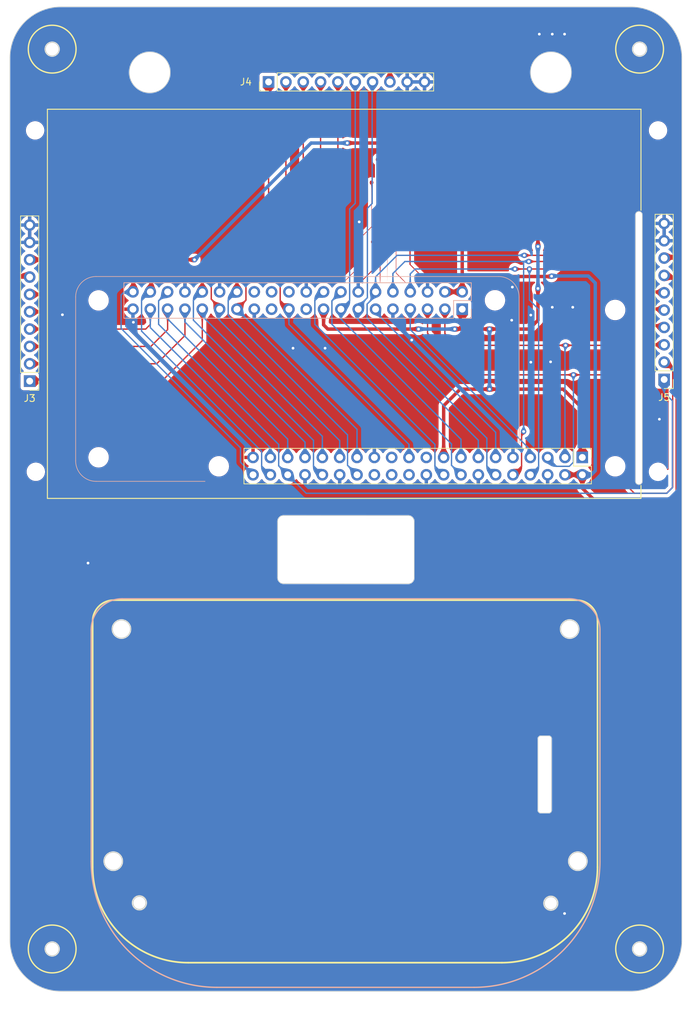
<source format=kicad_pcb>
(kicad_pcb (version 20240108) (generator "pcbnew") (generator_version "8.0")
  (layers (0 "F.Cu" signal) (31 "B.Cu" signal) (34 "B.Paste" user) (35 "F.Paste" user) (36 "B.SilkS" user "B.Silkscreen") (37 "F.SilkS" user "F.Silkscreen") (38 "B.Mask" user) (39 "F.Mask" user) (44 "Edge.Cuts" user))
  (net 0 "")
  (net 1 "+3.3V")
  (net 2 "+5V")
  (net 3 "/Pi_SDA")
  (net 4 "/Pi_SCL")
  (net 5 "GND")
  (net 6 "/Pi_INT")
  (net 7 "/Pi_GPIO14")
  (net 8 "/Pi_GPIO15")
  (net 9 "/Button")
  (net 10 "/Pi_GPIO18")
  (net 11 "/Pi_GPIO27")
  (net 12 "/Pi_GPIO22")
  (net 13 "/DISP_EXTIN")
  (net 14 "/PI_HEADER_SWDIO")
  (net 15 "/DISP_SI")
  (net 16 "/Pi_GPIO09")
  (net 17 "/PI_HEADER_SWCLK")
  (net 18 "/DISP_SCLK")
  (net 19 "/DISP_CS")
  (net 20 "/LBO")
  (net 21 "/Pi_GPIO0")
  (net 22 "/Pi_GPIO1")
  (net 23 "/Pi_GPIO5")
  (net 24 "/Pi_GPIO6")
  (net 25 "/Pi_GPIO12")
  (net 26 "/Pi_GPIO13")
  (net 27 "/Pi_GPIO19")
  (net 28 "/Pi_GPIO16")
  (net 29 "/Pi_GPIO26")
  (net 30 "/Pi_GPIO20")
  (net 31 "/Pi_GPIO21")
  (footprint "Footprints:2_mask" (layer "F.Cu") (at 92.953301 43.559903 180)
    (property "Reference" "G***" (hide yes))
    (property "Value" "LOGO" (hide yes))
  )
  (footprint "MountingHole:MountingHole_2.5mm" (layer "F.Cu") (at 105.173301 88.109903 180)
    (property "Reference" "H2" (hide yes))
    (property "Value" "MountingHole")
  )
  (footprint "Connector_PinHeader_2.54mm:PinHeader_1x10_P2.54mm_Vertical" (layer "F.Cu") (at 77.453301 75.629903 180)
    (property "Reference" "J3")
    (property "Value" "Header 1")
  )
  (footprint "Footprints:4_mask" (layer "F.Cu") (at 147.758424 135.05657)
    (property "Reference" "G***" (hide yes))
    (property "Value" "LOGO" (hide yes))
  )
  (footprint "Footprints:1_copper" (layer "F.Cu") (at 129.653301 52.509903)
    (property "Reference" "G***" (hide yes))
    (property "Value" "LOGO" (hide yes))
  )
  (footprint "Connector_PinHeader_2.54mm:PinHeader_2x20_P2.54mm_Vertical" (layer "F.Cu") (at 158.453301 86.809903 -90)
    (property "Reference" "J1" (hide yes))
    (property "Value" "RPi_GPIO")
  )
  (footprint "Connector_PinHeader_2.54mm:PinHeader_1x10_P2.54mm_Vertical" (layer "F.Cu") (at 112.471301 31.809903 90)
    (property "Reference" "J4")
    (property "Value" "Header 2")
  )
  (footprint "Footprints:3._cop" (layer "F.Cu") (at 97.353301 119.209903)
    (property "Reference" "G***" (hide yes))
    (property "Value" "LOGO" (hide yes))
  )
  (footprint "MountingHole:MountingHole_2.2mm_M2" (layer "F.Cu") (at 169.553301 88.909903)
    (property "Reference" "H7" (hide yes))
    (property "Value" "MountingHole")
  )
  (footprint "Footprints:1_copper" (layer "F.Cu") (at 129.64655 52.503172)
    (property "Reference" "G***" (hide yes))
    (property "Value" "LOGO" (hide yes))
  )
  (footprint "MountingHole:MountingHole_2.2mm_M2" (layer "F.Cu") (at 169.553301 38.909903)
    (property "Reference" "H10" (hide yes))
    (property "Value" "MountingHole")
  )
  (footprint "MountingHole:MountingHole_2.2mm_M2" (layer "F.Cu") (at 78.253301 38.909903)
    (property "Reference" "H1" (hide yes))
    (property "Value" "MountingHole")
  )
  (footprint "MountingHole:MountingHole_2.2mm_M2" (layer "F.Cu") (at 78.353301 88.909903)
    (property "Reference" "H4" (hide yes))
    (property "Value" "MountingHole")
  )
  (footprint "Markings:markings2.0" (layer "F.Cu") (at 126.853301 133.809903)
    (property "Reference" "G***" (hide yes))
    (property "Value" "LOGO" (hide yes))
  )
  (footprint "Footprints:3_mask" (layer "F.Cu") (at 97.353301 119.209903)
    (property "Reference" "G***" (hide yes))
    (property "Value" "LOGO" (hide yes))
  )
  (footprint "Footprints:2_copper" (layer "F.Cu") (at 92.953301 43.559903 180)
    (property "Reference" "G***" (hide yes))
    (property "Value" "LOGO" (hide yes))
  )
  (footprint "MountingHole:MountingHole_2.5mm" (layer "F.Cu") (at 163.273301 65.209903 180)
    (property "Reference" "H8" (hide yes))
    (property "Value" "MountingHole")
  )
  (footprint "Footprints:4_copper" (layer "F.Cu") (at 147.758424 135.05657)
    (property "Reference" "G***" (hide yes))
    (property "Value" "LOGO" (hide yes))
  )
  (footprint "Connector_PinHeader_2.54mm:PinHeader_1x10_P2.54mm_Vertical" (layer "F.Cu") (at 170.453301 75.389903 180)
    (property "Reference" "J5")
    (property "Value" "Header 3")
  )
  (footprint "MountingHole:MountingHole_2.5mm" (layer "F.Cu") (at 163.273301 88.109903 180)
    (property "Reference" "H5" (hide yes))
    (property "Value" "MountingHole")
  )
  (footprint "MountingHole:MountingHole_2.5mm" (layer "B.Cu") (at 87.553301 63.809903)
    (property "Reference" "H6" (hide yes))
    (property "Value" "MountingHole")
  )
  (footprint "MountingHole:MountingHole_2.5mm" (layer "B.Cu") (at 87.553301 86.789902)
    (property "Reference" "H3" (hide yes))
    (property "Value" "MountingHole")
  )
  (footprint "Markings:markings2.0" (layer "B.Cu") (at 121.053301 133.809903 180)
    (property "Reference" "G***" (hide yes))
    (property "Value" "LOGO" (hide yes))
  )
  (footprint "MountingHole:MountingHole_2.5mm" (layer "B.Cu") (at 145.653301 63.789901)
    (property "Reference" "H11" (hide yes))
    (property "Value" "MountingHole")
  )
  (footprint "Connector_PinHeader_2.54mm:PinHeader_2x20_P2.54mm_Vertical" (layer "B.Cu") (at 140.853 65.09485 90)
    (property "Reference" "J2" (hide yes))
    (property "Value" "RPi_GPIO")
  )
  (gr_arc (start 146.193302 60.309902) (mid 148.31462 61.188582) (end 149.193301 63.3099) (stroke (width 0.1)) (layer "B.SilkS"))
  (gr_line (start 86.469789 145.984465) (end 86.469789 112.047178) (stroke (width 0.2)) (layer "B.SilkS"))
  (gr_arc (start 161.036769 145.984521) (mid 155.636589 159.021653) (end 142.599441 164.421794) (stroke (width 0.2)) (layer "B.SilkS"))
  (gr_arc (start 104.907089 164.421765) (mid 91.869948 159.021606) (end 86.469789 145.984465) (stroke (width 0.2)) (layer "B.SilkS"))
  (gr_line (start 149.193301 63.3099) (end 149.193301 84.709903) (stroke (width 0.1)) (layer "B.SilkS"))
  (gr_arc (start 86.469789 112.047178) (mid 87.798734 108.838824) (end 91.007088 107.509878) (stroke (width 0.2)) (layer "B.SilkS"))
  (gr_arc (start 156.499527 107.509927) (mid 159.70788 108.838876) (end 161.036819 112.047234) (stroke (width 0.2)) (layer "B.SilkS"))
  (gr_arc (start 84.1933 63.309904) (mid 85.07198 61.188583) (end 87.193301 60.309903) (stroke (width 0.1)) (layer "B.SilkS"))
  (gr_line (start 104.874875 164.421737) (end 142.599441 164.421794) (stroke (width 0.2)) (layer "B.SilkS"))
  (gr_line (start 87.193302 90.309903) (end 103.153301 90.309903) (stroke (width 0.1)) (layer "B.SilkS"))
  (gr_line (start 87.193301 60.309903) (end 146.193302 60.309902) (stroke (width 0.1)) (layer "B.SilkS"))
  (gr_line (start 84.193299 87.309901) (end 84.1933 63.309904) (stroke (width 0.1)) (layer "B.SilkS"))
  (gr_line (start 161.036769 145.984521) (end 161.036819 112.047234) (stroke (width 0.2)) (layer "B.SilkS"))
  (gr_arc (start 87.193302 90.309903) (mid 85.071979 89.431224) (end 84.193299 87.309901) (stroke (width 0.1)) (layer "B.SilkS"))
  (gr_line (start 91.007088 107.509878) (end 156.499527 107.509927) (stroke (width 0.2)) (layer "B.SilkS"))
  (gr_circle (center 80.751757 27.00836) (end 84.251757 27.00836) (stroke (width 0.2)) (fill none) (layer "F.SilkS"))
  (gr_line (start 89.783301 107.709903) (end 157.583301 107.709903) (stroke (width 0.25)) (layer "F.SilkS"))
  (gr_line (start 146.683301 160.809903) (end 100.683301 160.809903) (stroke (width 0.25)) (layer "F.SilkS"))
  (gr_arc (start 157.583301 107.709903) (mid 159.775332 108.617872) (end 160.683301 110.809903) (stroke (width 0.25)) (layer "F.SilkS"))
  (gr_circle (center 166.854843 158.801543) (end 170.354843 158.801543) (stroke (width 0.2)) (fill none) (layer "F.SilkS"))
  (gr_line (start 80.053301 35.809903) (end 167.053301 35.809903) (stroke (width 0.15)) (layer "F.SilkS"))
  (gr_circle (center 166.854843 27.00836) (end 170.354843 27.00836) (stroke (width 0.2)) (fill none) (layer "F.SilkS"))
  (gr_arc (start 100.683301 160.809903) (mid 90.783807 156.709398) (end 86.683301 146.809903) (stroke (width 0.25)) (layer "F.SilkS"))
  (gr_arc (start 86.683301 110.809903) (mid 87.591261 108.617863) (end 89.783301 107.709903) (stroke (width 0.25)) (layer "F.SilkS"))
  (gr_line (start 80.053301 92.809903) (end 167.053301 92.809903) (stroke (width 0.15)) (layer "F.SilkS"))
  (gr_line (start 80.053301 35.809903) (end 80.053301 92.809903) (stroke (width 0.15)) (layer "F.SilkS"))
  (gr_arc (start 160.683301 146.809903) (mid 156.58279 156.709391) (end 146.683301 160.809903) (stroke (width 0.25)) (layer "F.SilkS"))
  (gr_line (start 167.053301 35.809903) (end 167.053301 50.609903) (stroke (width 0.15)) (layer "F.SilkS"))
  (gr_line (start 86.683301 146.809903) (end 86.683301 110.809903) (stroke (width 0.25)) (layer "F.SilkS"))
  (gr_line (start 167.053301 92.809903) (end 167.053301 90.909903) (stroke (width 0.15)) (layer "F.SilkS"))
  (gr_circle (center 80.751757 158.801543) (end 84.251757 158.801543) (stroke (width 0.2)) (fill none) (layer "F.SilkS"))
  (gr_line (start 160.683301 110.809903) (end 160.683301 146.809903) (stroke (width 0.25)) (layer "F.SilkS"))
  (gr_arc (start 152.353301 138.892746) (mid 152.070461 138.775587) (end 151.953301 138.492746) (stroke (width 0.1)) (layer "Edge.Cuts"))
  (gr_arc (start 166.247099 51.283546) (mid 166.393559 50.930006) (end 166.747099 50.783546) (stroke (width 0.1)) (layer "Edge.Cuts"))
  (gr_circle (center 89.707241 145.947229) (end 91.057241 145.947229) (stroke (width 0.2)) (fill none) (layer "Edge.Cuts"))
  (gr_circle (center 153.840188 152.103034) (end 154.840188 152.103034) (stroke (width 0.25)) (fill none) (layer "Edge.Cuts"))
  (gr_circle (center 157.799418 145.947178) (end 159.149418 145.947178) (stroke (width 0.2)) (fill none) (layer "Edge.Cuts"))
  (gr_line (start 133.814589 96.193315) (end 133.814589 104.429933) (stroke (width 0.1)) (layer "Edge.Cuts"))
  (gr_arc (start 166.747099 50.783546) (mid 167.100685 50.92996) (end 167.247099 51.283546) (stroke (width 0.1)) (layer "Edge.Cuts"))
  (gr_line (start 173.053301 28.309903) (end 173.053301 157.5) (stroke (width 0.1)) (layer "Edge.Cuts"))
  (gr_arc (start 153.953301 138.492746) (mid 153.836144 138.775589) (end 153.553301 138.892746) (stroke (width 0.1)) (layer "Edge.Cuts"))
  (gr_line (start 114.679078 105.302767) (end 132.934701 105.317038) (stroke (width 0.1)) (layer "Edge.Cuts"))
  (gr_arc (start 132.927484 95.313427) (mid 133.553303 95.569616) (end 133.814589 96.193315) (stroke (width 0.1)) (layer "Edge.Cuts"))
  (gr_circle (center 166.854843 158.801543) (end 167.879843 158.801543) (stroke (width 0.2)) (fill none) (layer "Edge.Cuts"))
  (gr_arc (start 133.814589 104.429933) (mid 133.558314 105.055664) (end 132.934701 105.317038) (stroke (width 0.1)) (layer "Edge.Cuts"))
  (gr_circle (center 153.853301 30.409903) (end 156.853301 30.409903) (stroke (width 0.1)) (fill none) (layer "Edge.Cuts"))
  (gr_line (start 152.353301 138.892746) (end 153.553301 138.892746) (stroke (width 0.1)) (layer "Edge.Cuts"))
  (gr_arc (start 153.553301 127.592746) (mid 153.836144 127.709903) (end 153.953301 127.992746) (stroke (width 0.1)) (layer "Edge.Cuts"))
  (gr_circle (center 80.751757 158.801543) (end 81.776757 158.801543) (stroke (width 0.2)) (fill none) (layer "Edge.Cuts"))
  (gr_circle (center 166.854843 27.00836) (end 167.879843 27.00836) (stroke (width 0.2)) (fill none) (layer "Edge.Cuts"))
  (gr_line (start 166.247099 51.283546) (end 166.247099 90.283546) (stroke (width 0.1)) (layer "Edge.Cuts"))
  (gr_circle (center 156.599519 111.947178) (end 157.949519 111.947178) (stroke (width 0.2)) (fill none) (layer "Edge.Cuts"))
  (gr_line (start 113.791974 96.193484) (end 113.791974 104.422885) (stroke (width 0.1)) (layer "Edge.Cuts"))
  (gr_arc (start 114.679078 105.302767) (mid 114.053302 105.046552) (end 113.791974 104.422885) (stroke (width 0.1)) (layer "Edge.Cuts"))
  (gr_circle (center 80.751757 27.00836) (end 81.776757 27.00836) (stroke (width 0.2)) (fill none) (layer "Edge.Cuts"))
  (gr_line (start 151.953301 127.992746) (end 151.953301 138.492746) (stroke (width 0.1)) (layer "Edge.Cuts"))
  (gr_arc (start 151.953301 127.992746) (mid 152.070458 127.709903) (end 152.353301 127.592746) (stroke (width 0.1)) (layer "Edge.Cuts"))
  (gr_arc (start 74.553301 28.309903) (mid 76.75 23.006602) (end 82.053301 20.809903) (stroke (width 0.1)) (layer "Edge.Cuts"))
  (gr_line (start 167.247099 51.283546) (end 167.247099 90.283546) (stroke (width 0.1)) (layer "Edge.Cuts"))
  (gr_arc (start 82.053301 165) (mid 76.749999 162.803301) (end 74.553301 157.5) (stroke (width 0.1)) (layer "Edge.Cuts"))
  (gr_line (start 165.553301 165) (end 82.053301 165) (stroke (width 0.1)) (layer "Edge.Cuts"))
  (gr_circle (center 95.053301 30.409903) (end 98.053301 30.409903) (stroke (width 0.1)) (fill none) (layer "Edge.Cuts"))
  (gr_circle (center 90.907089 111.947227) (end 92.257089 111.947227) (stroke (width 0.2)) (fill none) (layer "Edge.Cuts"))
  (gr_arc (start 166.747099 90.783546) (mid 166.393579 90.637066) (end 166.247099 90.283546) (stroke (width 0.1)) (layer "Edge.Cuts"))
  (gr_arc (start 165.553301 20.809903) (mid 170.856602 23.006602) (end 173.053301 28.309903) (stroke (width 0.1)) (layer "Edge.Cuts"))
  (gr_circle (center 93.539188 152.050007) (end 94.539188 152.050007) (stroke (width 0.25)) (fill none) (layer "Edge.Cuts"))
  (gr_line (start 153.953301 127.992746) (end 153.953301 138.492746) (stroke (width 0.1)) (layer "Edge.Cuts"))
  (gr_arc (start 167.247099 90.283546) (mid 167.100666 90.637113) (end 166.747099 90.783546) (stroke (width 0.1)) (layer "Edge.Cuts"))
  (gr_line (start 153.553301 127.592746) (end 152.353301 127.592746) (stroke (width 0.1)) (layer "Edge.Cuts"))
  (gr_arc (start 173.053301 157.5) (mid 170.856601 162.8033) (end 165.553301 165) (stroke (width 0.1)) (layer "Edge.Cuts"))
  (gr_arc (start 113.791974 96.193484) (mid 114.048166 95.567655) (end 114.671862 95.306379) (stroke (width 0.1)) (layer "Edge.Cuts"))
  (gr_line (start 165.553301 20.809903) (end 82.053301 20.809903) (stroke (width 0.1)) (layer "Edge.Cuts"))
  (gr_line (start 114.671862 95.306379) (end 132.927484 95.313427) (stroke (width 0.1)) (layer "Edge.Cuts"))
  (gr_line (start 74.553301 157.5) (end 74.553301 28.309903) (stroke (width 0.1)) (layer "Edge.Cuts"))
  (segment (start 138.133301 79.229903) (end 138.133301 86.809903) (width 0.5) (layer "F.Cu") (net 1))
  (segment (start 140.553301 76.809903) (end 138.133301 79.229903) (width 0.5) (layer "F.Cu") (net 1))
  (segment (start 130.253301 26.409903) (end 130.653301 26.409903) (width 0.5) (layer "F.Cu") (net 1))
  (segment (start 76.073301 60.389903) (end 76.053301 60.409903) (width 0.5) (layer "F.Cu") (net 1))
  (segment (start 141.253301 68.009903) (end 140.453301 68.009903) (width 0.5) (layer "F.Cu") (net 1))
  (segment (start 130.251301 26.809903) (end 130.251301 26.411903) (width 0.5) (layer "F.Cu") (net 1))
  (segment (start 171.603301 57.609903) (end 170.453301 57.609903) (width 0.5) (layer "F.Cu") (net 1))
  (segment (start 150.653301 68.009903) (end 151.953301 66.709903) (width 0.5) (layer "F.Cu") (net 1))
  (segment (start 155.653301 76.809903) (end 158.453301 79.609903) (width 0.5) (layer "F.Cu") (net 1))
  (segment (start 130.251301 31.809903) (end 130.251301 26.809903) (width 0.5) (layer "F.Cu") (net 1))
  (segment (start 130.251301 26.809903) (end 130.251301 26.807903) (width 0.5) (layer "F.Cu") (net 1))
  (segment (start 140.453301 67.909301) (end 140.453301 68.009903) (width 0.5) (layer "F.Cu") (net 1))
  (segment (start 151.953301 46.709903) (end 152.053301 46.609903) (width 0.5) (layer "F.Cu") (net 1))
  (segment (start 172.353301 48.909903) (end 172.353301 56.859903) (width 0.5) (layer "F.Cu") (net 1))
  (segment (start 141.303301 67.959903) (end 141.353301 68.009903) (width 0.5) (layer "F.Cu") (net 1))
  (segment (start 140.853 65.09485) (end 140.853 67.509602) (width 0.5) (layer "F.Cu") (net 1))
  (segment (start 130.251301 26.411903) (end 130.253301 26.409903) (width 0.5) (layer "F.Cu") (net 1))
  (segment (start 130.251301 26.809903) (end 130.253301 26.809903) (width 0.5) (layer "F.Cu") (net 1))
  (segment (start 141.303301 67.959903) (end 141.253301 68.009903) (width 0.5) (layer "F.Cu") (net 1))
  (segment (start 140.453301 68.009903) (end 139.753301 68.009903) (width 0.5) (layer "F.Cu") (net 1))
  (segment (start 144.853301 76.809903) (end 155.653301 76.809903) (width 0.5) (layer "F.Cu") (net 1))
  (segment (start 152.053301 36.409903) (end 152.053301 46.609903) (width 0.5) (layer "F.Cu") (net 1))
  (segment (start 144.853301 76.809903) (end 140.553301 76.809903) (width 0.5) (layer "F.Cu") (net 1))
  (segment (start 151.953301 66.709903) (end 151.953301 62.109903) (width 0.5) (layer "F.Cu") (net 1))
  (segment (start 142.053301 26.409903) (end 152.053301 36.409903) (width 0.5) (layer "F.Cu") (net 1))
  (segment (start 158.453301 79.609903) (end 158.453301 86.809903) (width 0.5) (layer "F.Cu") (net 1))
  (segment (start 134.453301 68.009903) (end 121.153301 68.009903) (width 0.5) (layer "F.Cu") (net 1))
  (segment (start 140.853 67.509602) (end 141.303301 67.959903) (width 0.5) (layer "F.Cu") (net 1))
  (segment (start 75.353301 34.709903) (end 77.453301 32.609903) (width 0.5) (layer "F.Cu") (net 1))
  (segment (start 144.853301 68.009903) (end 150.653301 68.009903) (width 0.5) (layer "F.Cu") (net 1))
  (segment (start 151.953301 62.109903) (end 151.953301 62.059903) (width 0.5) (layer "F.Cu") (net 1))
  (segment (start 82.153301 32.609903) (end 88.353301 26.409903) (width 0.5) (layer "F.Cu") (net 1))
  (segment (start 152.053301 46.609903) (end 170.053301 46.609903) (width 0.5) (layer "F.Cu") (net 1))
  (segment (start 170.053301 46.609903) (end 172.353301 48.909903) (width 0.5) (layer "F.Cu") (net 1))
  (segment (start 141.353301 68.009903) (end 144.853301 68.009903) (width 0.5) (layer "F.Cu") (net 1))
  (segment (start 172.353301 56.859903) (end 171.603301 57.609903) (width 0.5) (layer "F.Cu") (net 1))
  (segment (start 77.453301 32.609903) (end 82.153301 32.609903) (width 0.5) (layer "F.Cu") (net 1))
  (segment (start 140.853 67.509602) (end 140.453301 67.909301) (width 0.5) (layer "F.Cu") (net 1))
  (segment (start 151.953301 55.909903) (end 151.953301 46.709903) (width 0.5) (layer "F.Cu") (net 1))
  (segment (start 129.853301 26.409903) (end 130.253301 26.409903) (width 0.5) (layer "F.Cu") (net 1))
  (segment (start 130.253301 26.809903) (end 130.653301 26.409903) (width 0.5) (layer "F.Cu") (net 1))
  (segment (start 130.653301 26.409903) (end 142.053301 26.409903) (width 0.5) (layer "F.Cu") (net 1))
  (segment (start 88.353301 26.409903) (end 129.853301 26.409903) (width 0.5) (layer "F.Cu") (net 1))
  (segment (start 77.453301 60.389903) (end 76.073301 60.389903) (width 0.5) (layer "F.Cu") (net 1))
  (segment (start 130.251301 26.807903) (end 129.853301 26.409903) (width 0.5) (layer "F.Cu") (net 1))
  (segment (start 121.153301 68.009903) (end 120.533 67.389602) (width 0.5) (layer "F.Cu") (net 1))
  (segment (start 120.533 67.389602) (end 120.533 65.09485) (width 0.5) (layer "F.Cu") (net 1))
  (segment (start 76.053301 60.409903) (end 75.353301 59.709903) (width 0.5) (layer "F.Cu") (net 1))
  (segment (start 75.353301 59.709903) (end 75.353301 34.709903) (width 0.5) (layer "F.Cu") (net 1))
  (via (at 144.853301 76.809903) (size 0.8) (drill 0.4) (layers "F.Cu" "B.Cu") (net 1))
  (via (at 139.753301 68.009903) (size 0.8) (drill 0.4) (layers "F.Cu" "B.Cu") (net 1))
  (via (at 151.953301 55.909903) (size 0.8) (drill 0.4) (layers "F.Cu" "B.Cu") (net 1))
  (via (at 144.853301 68.009903) (size 0.8) (drill 0.4) (layers "F.Cu" "B.Cu") (net 1))
  (via (at 151.953301 62.059903) (size 0.8) (drill 0.4) (layers "F.Cu" "B.Cu") (net 1))
  (via (at 134.453301 68.009903) (size 0.8) (drill 0.4) (layers "F.Cu" "B.Cu") (net 1))
  (segment (start 144.853301 68.009903) (end 144.853301 76.809903) (width 0.5) (layer "B.Cu") (net 1))
  (segment (start 139.753301 68.009903) (end 134.453301 68.009903) (width 0.5) (layer "B.Cu") (net 1))
  (segment (start 151.953301 55.909903) (end 151.953301 62.059903) (width 0.5) (layer "B.Cu") (net 1))
  (segment (start 140.853301 60.709301) (end 140.853301 60.595251) (width 0.5) (layer "F.Cu") (net 2))
  (segment (start 160.053301 92.909903) (end 171.453301 92.909903) (width 0.5) (layer "F.Cu") (net 2))
  (segment (start 140.853301 59.859903) (end 140.853301 46.334903) (width 0.5) (layer "F.Cu") (net 2))
  (segment (start 141.178301 60.309903) (end 140.853301 59.984903) (width 0.5) (layer "F.Cu") (net 2))
  (segment (start 140.853 60.709602) (end 140.853602 60.709602) (width 0.5) (layer "F.Cu") (net 2))
  (segment (start 141.138649 60.309903) (end 140.853301 60.595251) (width 0.5) (layer "F.Cu") (net 2))
  (segment (start 101.613301 57.849903) (end 77.053301 57.849903) (width 0.5) (layer "F.Cu") (net 2))
  (segment (start 140.853602 60.709602) (end 140.853301 60.709301) (width 0.5) (layer "F.Cu") (net 2))
  (segment (start 141.178301 60.309903) (end 141.138649 60.309903) (width 0.5) (layer "F.Cu") (net 2))
  (segment (start 140.853301 60.709301) (end 140.853301 59.859903) (width 0.5) (layer "F.Cu") (net 2))
  (segment (start 158.453301 89.349903) (end 158.453301 91.309903) (width 0.5) (layer "F.Cu") (net 2))
  (segment (start 140.853301 59.984903) (end 140.853301 59.859903) (width 0.5) (layer "F.Cu") (net 2))
  (segment (start 158.453301 91.309903) (end 160.053301 92.909903) (width 0.5) (layer "F.Cu") (net 2))
  (segment (start 172.353301 92.009903) (end 172.353301 61.159903) (width 0.5) (layer "F.Cu") (net 2))
  (segment (start 158.453301 89.349903) (end 155.913301 89.349903) (width 0.5) (layer "F.Cu") (net 2))
  (segment (start 141.178301 60.309903) (end 153.873301 60.309903) (width 0.5) (layer "F.Cu") (net 2))
  (segment (start 135.278301 40.759903) (end 124.003301 40.759903) (width 0.5) (layer "F.Cu") (net 2))
  (segment (start 153.873301 60.309903) (end 153.953301 60.229903) (width 0.5) (layer "F.Cu") (net 2))
  (segment (start 140.853301 46.334903) (end 135.278301 40.759903) (width 0.5) (layer "F.Cu") (net 2))
  (segment (start 172.353301 61.159903) (end 171.343301 60.149903) (width 0.5) (layer "F.Cu") (net 2))
  (segment (start 171.343301 60.149903) (end 170.453301 60.149903) (width 0.5) (layer "F.Cu") (net 2))
  (segment (start 138.313 62.55485) (end 140.853 62.55485) (width 0.5) (layer "F.Cu") (net 2))
  (segment (start 171.453301 92.909903) (end 172.353301 92.009903) (width 0.5) (layer "F.Cu") (net 2))
  (segment (start 140.853 62.55485) (end 140.853 60.709602) (width 0.5) (layer "F.Cu") (net 2))
  (via (at 124.003301 40.759903) (size 0.8) (drill 0.4) (layers "F.Cu" "B.Cu") (net 2))
  (via (at 101.613301 57.849903) (size 0.8) (drill 0.4) (layers "F.Cu" "B.Cu") (net 2))
  (via (at 153.953301 60.259903) (size 0.8) (drill 0.4) (layers "F.Cu" "B.Cu") (net 2))
  (segment (start 158.453301 89.349903) (end 159.763301 89.349903) (width 0.5) (layer "B.Cu") (net 2))
  (segment (start 159.323301 60.229903) (end 153.953301 60.229903) (width 0.5) (layer "B.Cu") (net 2))
  (segment (start 124.003301 40.759903) (end 118.703301 40.759903) (width 0.5) (layer "B.Cu") (net 2))
  (segment (start 118.703301 40.759903) (end 101.613301 57.849903) (width 0.5) (layer "B.Cu") (net 2))
  (segment (start 160.353301 88.759903) (end 160.353301 61.259903) (width 0.5) (layer "B.Cu") (net 2))
  (segment (start 160.353301 61.259903) (end 159.323301 60.229903) (width 0.5) (layer "B.Cu") (net 2))
  (segment (start 159.763301 89.349903) (end 160.353301 88.759903) (width 0.5) (layer "B.Cu") (net 2))
  (segment (start 167.653301 71.109903) (end 168.453301 70.309903) (width 0.2) (layer "F.Cu") (net 3))
  (segment (start 166.303301 91.309903) (end 167.203301 91.309903) (width 0.2) (layer "F.Cu") (net 3))
  (segment (start 165.803301 90.809903) (end 166.303301 91.309903) (width 0.2) (layer "F.Cu") (net 3))
  (segment (start 163.483301 70.389903) (end 165.803301 72.709903) (width 0.2) (layer "F.Cu") (net 3))
  (segment (start 165.803301 72.709903) (end 165.803301 90.809903) (width 0.2) (layer "F.Cu") (net 3))
  (segment (start 167.203301 91.309903) (end 167.653301 90.859903) (width 0.2) (layer "F.Cu") (net 3))
  (segment (start 138.313 68.669602) (end 140.033301 70.389903) (width 0.2) (layer "F.Cu") (net 3))
  (segment (start 167.653301 90.859903) (end 167.653301 71.109903) (width 0.2) (layer "F.Cu") (net 3))
  (segment (start 156.003301 70.389903) (end 163.483301 70.389903) (width 0.2) (layer "F.Cu") (net 3))
  (segment (start 140.033301 70.389903) (end 156.003301 70.389903) (width 0.2) (layer "F.Cu") (net 3))
  (segment (start 168.453301 70.309903) (end 170.453301 70.309903) (width 0.2) (layer "F.Cu") (net 3))
  (segment (start 138.313 65.09485) (end 138.313 68.669602) (width 0.2) (layer "F.Cu") (net 3))
  (via (at 156.003301 70.389903) (size 0.8) (drill 0.4) (layers "F.Cu" "B.Cu") (net 3))
  (segment (start 155.913301 70.479903) (end 156.003301 70.389903) (width 0.2) (layer "B.Cu") (net 3))
  (segment (start 155.913301 86.809903) (end 155.913301 70.479903) (width 0.2) (layer "B.Cu") (net 3))
  (segment (start 166.087616 92.059903) (end 170.803301 92.059903) (width 0.2) (layer "F.Cu") (net 4))
  (segment (start 135.773 65.09485) (end 135.773 68.629602) (width 0.2) (layer "F.Cu") (net 4))
  (segment (start 141.853301 74.709903) (end 157.153301 74.709903) (width 0.2) (layer "F.Cu") (net 4))
  (segment (start 170.803301 92.059903) (end 171.703301 91.159903) (width 0.2) (layer "F.Cu") (net 4))
  (segment (start 165.353301 91.325588) (end 166.087616 92.059903) (width 0.2) (layer "F.Cu") (net 4))
  (segment (start 163.153301 74.709903) (end 165.353301 76.909903) (width 0.2) (layer "F.Cu") (net 4))
  (segment (start 171.703301 74.099903) (end 170.453301 72.849903) (width 0.2) (layer "F.Cu") (net 4))
  (segment (start 135.773 68.629602) (end 141.853301 74.709903) (width 0.2) (layer "F.Cu") (net 4))
  (segment (start 165.353301 76.909903) (end 165.353301 91.325588) (width 0.2) (layer "F.Cu") (net 4))
  (segment (start 171.703301 91.159903) (end 171.703301 74.099903) (width 0.2) (layer "F.Cu") (net 4))
  (segment (start 157.153301 74.709903) (end 163.153301 74.709903) (width 0.2) (layer "F.Cu") (net 4))
  (via (at 157.153301 74.709903) (size 0.8) (drill 0.4) (layers "F.Cu" "B.Cu") (net 4))
  (segment (start 153.373301 86.809903) (end 154.673301 88.109903) (width 0.2) (layer "B.Cu") (net 4))
  (segment (start 154.673301 88.109903) (end 156.553301 88.109903) (width 0.2) (layer "B.Cu") (net 4))
  (segment (start 157.153301 87.509903) (end 157.153301 74.709903) (width 0.2) (layer "B.Cu") (net 4))
  (segment (start 156.553301 88.109903) (end 157.153301 87.509903) (width 0.2) (layer "B.Cu") (net 4))
  (via (at 157.053301 64.809903) (size 0.8) (drill 0.4) (layers "F.Cu" "B.Cu") (net 5))
  (via (at 82.253301 65.909903) (size 0.8) (drill 0.4) (layers "F.Cu" "B.Cu") (net 5))
  (via (at 154.053301 64.809903) (size 0.8) (drill 0.4) (layers "F.Cu" "B.Cu") (net 5))
  (via (at 155.853301 153.609903) (size 0.8) (drill 0.4) (layers "F.Cu" "B.Cu") (net 5))
  (via (at 153.803301 72.809903) (size 0.8) (drill 0.4) (layers "F.Cu" "B.Cu") (net 5))
  (via (at 92.653301 67.009903) (size 0.8) (drill 0.4) (layers "F.Cu" "B.Cu") (net 5))
  (via (at 116.053301 70.809903) (size 0.8) (drill 0.4) (layers "F.Cu" "B.Cu") (net 5))
  (via (at 154.053301 24.809903) (size 0.8) (drill 0.4) (layers "F.Cu" "B.Cu") (net 5))
  (via (at 133.453301 69.609903) (size 0.8) (drill 0.4) (layers "F.Cu" "B.Cu") (net 5))
  (via (at 150.903301 72.859903) (size 0.8) (drill 0.4) (layers "F.Cu" "B.Cu") (net 5))
  (via (at 152.153301 24.809903) (size 0.8) (drill 0.4) (layers "F.Cu" "B.Cu") (net 5))
  (via (at 150.903301 65.959903) (size 0.8) (drill 0.4) (layers "F.Cu" "B.Cu") (net 5))
  (via (at 125.753301 52.309903) (size 0.8) (drill 0.4) (layers "F.Cu" "B.Cu") (net 5))
  (via (at 86.006277 102.281591) (size 0.8) (drill 0.4) (layers "F.Cu" "B.Cu") (net 5))
  (via (at 148.103301 66.709903) (size 0.8) (drill 0.4) (layers "F.Cu" "B.Cu") (net 5))
  (via (at 148.203301 61.859903) (size 0.8) (drill 0.4) (layers "F.Cu" "B.Cu") (net 5))
  (via (at 155.853301 24.809903) (size 0.8) (drill 0.4) (layers "F.Cu" "B.Cu") (net 5))
  (via (at 120.753301 70.809903) (size 0.8) (drill 0.4) (layers "F.Cu" "B.Cu") (net 5))
  (via (at 169.753301 81.209903) (size 0.8) (drill 0.4) (layers "F.Cu" "B.Cu") (net 5))
  (segment (start 150.833301 85.689903) (end 133.233 68.089602) (width 0.2) (layer "B.Cu") (net 6))
  (segment (start 150.833301 86.809903) (end 150.833301 85.689903) (width 0.2) (layer "B.Cu") (net 6))
  (segment (start 133.233 68.089602) (end 133.233 65.09485) (width 0.2) (layer "B.Cu") (net 6))
  (segment (start 148.578301 59.209903) (end 154.653301 59.209903) (width 0.2) (layer "F.Cu") (net 7))
  (segment (start 167.703301 66.009903) (end 169.463301 67.769903) (width 0.2) (layer "F.Cu") (net 7))
  (segment (start 163.703301 50.159903) (end 167.137615 50.159903) (width 0.2) (layer "F.Cu") (net 7))
  (segment (start 169.463301 67.769903) (end 170.453301 67.769903) (width 0.2) (layer "F.Cu") (net 7))
  (segment (start 167.703301 50.725589) (end 167.703301 66.009903) (width 0.2) (layer "F.Cu") (net 7))
  (segment (start 167.137615 50.159903) (end 167.703301 50.725589) (width 0.2) (layer "F.Cu") (net 7))
  (segment (start 154.653301 59.209903) (end 163.703301 50.159903) (width 0.2) (layer "F.Cu") (net 7))
  (via (at 148.578301 59.209903) (size 0.8) (drill 0.4) (layers "F.Cu" "B.Cu") (net 7))
  (via (at 150.703301 59.209903) (size 0.8) (drill 0.4) (layers "F.Cu" "B.Cu") (net 7))
  (segment (start 148.578301 59.209903) (end 133.953301 59.209903) (width 0.2) (layer "B.Cu") (net 7))
  (segment (start 133.233 59.930204) (end 133.233 62.55485) (width 0.2) (layer "B.Cu") (net 7))
  (segment (start 133.953301 59.209903) (end 133.233 59.930204) (width 0.2) (layer "B.Cu") (net 7))
  (segment (start 152.053301 65.109903) (end 150.703301 63.759903) (width 0.2) (layer "B.Cu") (net 7))
  (segment (start 150.703301 63.759903) (end 150.703301 59.209903) (width 0.2) (layer "B.Cu") (net 7))
  (segment (start 150.833301 89.349903) (end 152.053301 88.129903) (width 0.2) (layer "B.Cu") (net 7))
  (segment (start 152.053301 88.129903) (end 152.053301 65.109903) (width 0.2) (layer "B.Cu") (net 7))
  (segment (start 163.053301 49.509903) (end 167.278301 49.509903) (width 0.2) (layer "F.Cu") (net 8))
  (segment (start 154.453301 58.109903) (end 163.053301 49.509903) (width 0.2) (layer "F.Cu") (net 8))
  (segment (start 169.323301 65.229903) (end 170.453301 65.229903) (width 0.2) (layer "F.Cu") (net 8))
  (segment (start 169.753301 65.309903) (end 169.953301 65.309903) (width 0.2) (layer "F.Cu") (net 8))
  (segment (start 149.553301 88.089903) (end 148.293301 89.349903) (width 0.2) (layer "F.Cu") (net 8))
  (segment (start 150.603301 58.109903) (end 154.453301 58.109903) (width 0.2) (layer "F.Cu") (net 8))
  (segment (start 168.203301 64.109903) (end 169.323301 65.229903) (width 0.2) (layer "F.Cu") (net 8))
  (segment (start 149.853301 83.009903) (end 149.553301 83.309903) (width 0.2) (layer "F.Cu") (net 8))
  (segment (start 168.203301 50.434903) (end 168.203301 64.109903) (width 0.2) (layer "F.Cu") (net 8))
  (segment (start 167.278301 49.509903) (end 168.203301 50.434903) (width 0.2) (layer "F.Cu") (net 8))
  (segment (start 149.553301 83.309903) (end 149.553301 88.089903) (width 0.2) (layer "F.Cu") (net 8))
  (via (at 149.853301 83.009903) (size 0.8) (drill 0.4) (layers "F.Cu" "B.Cu") (net 8))
  (via (at 150.603301 58.109903) (size 0.8) (drill 0.4) (layers "F.Cu" "B.Cu") (net 8))
  (segment (start 132.453301 58.109903) (end 130.693 59.870204) (width 0.2) (layer "B.Cu") (net 8))
  (segment (start 130.693 59.870204) (end 130.693 62.55485) (width 0.2) (layer "B.Cu") (net 8))
  (segment (start 149.853301 83.009903) (end 149.853301 58.109903) (width 0.2) (layer "B.Cu") (net 8))
  (segment (start 150.603301 58.109903) (end 132.453301 58.109903) (width 0.2) (layer "B.Cu") (net 8))
  (segment (start 128.153 65.529602) (end 128.153 65.09485) (width 0.2) (layer "B.Cu") (net 9))
  (segment (start 145.753301 83.129903) (end 128.153 65.529602) (width 0.2) (layer "B.Cu") (net 9))
  (segment (start 145.753301 86.809903) (end 145.753301 83.129903) (width 0.2) (layer "B.Cu") (net 9))
  (segment (start 168.753301 50.109903) (end 168.753301 62.159903) (width 0.2) (layer "F.Cu") (net 10))
  (segment (start 154.053301 57.209903) (end 162.353301 48.909903) (width 0.2) (layer "F.Cu") (net 10))
  (segment (start 167.553301 48.909903) (end 168.753301 50.109903) (width 0.2) (layer "F.Cu") (net 10))
  (segment (start 162.353301 48.909903) (end 167.553301 48.909903) (width 0.2) (layer "F.Cu") (net 10))
  (segment (start 169.363301 62.769903) (end 169.953301 62.769903) (width 0.2) (layer "F.Cu") (net 10))
  (segment (start 149.953301 57.209903) (end 154.053301 57.209903) (width 0.2) (layer "F.Cu") (net 10))
  (segment (start 168.753301 62.159903) (end 169.363301 62.769903) (width 0.2) (layer "F.Cu") (net 10))
  (via (at 149.953301 57.209903) (size 0.8) (drill 0.4) (layers "F.Cu" "B.Cu") (net 10))
  (segment (start 131.303301 57.209903) (end 128.153 60.360204) (width 0.2) (layer "B.Cu") (net 10))
  (segment (start 128.153 63.110204) (end 128.153 62.55485) (width 0.2) (layer "B.Cu") (net 10))
  (segment (start 149.953301 57.209903) (end 131.303301 57.209903) (width 0.2) (layer "B.Cu") (net 10))
  (segment (start 128.153 60.360204) (end 128.153 62.55485) (width 0.2) (layer "B.Cu") (net 10))
  (segment (start 145.753301 89.349903) (end 144.463301 88.059903) (width 0.2) (layer "B.Cu") (net 10))
  (segment (start 126.913301 64.349903) (end 128.153 63.110204) (width 0.2) (layer "B.Cu") (net 10))
  (segment (start 126.913301 66.439903) (end 126.913301 64.349903) (width 0.2) (layer "B.Cu") (net 10))
  (segment (start 144.463301 88.059903) (end 144.463301 83.989903) (width 0.2) (layer "B.Cu") (net 10))
  (segment (start 144.463301 83.989903) (end 126.913301 66.439903) (width 0.2) (layer "B.Cu") (net 10))
  (segment (start 126.953301 50.309903) (end 127.653301 49.609903) (width 0.2) (layer "B.Cu") (net 11))
  (segment (start 143.213301 86.809903) (end 143.213301 84.294903) (width 0.2) (layer "B.Cu") (net 11))
  (segment (start 125.613 64.750204) (end 126.953301 63.409903) (width 0.2) (layer "B.Cu") (net 11))
  (segment (start 143.213301 84.294903) (end 125.613 66.694602) (width 0.2) (layer "B.Cu") (net 11))
  (segment (start 126.953301 63.409903) (end 126.953301 50.309903) (width 0.2) (layer "B.Cu") (net 11))
  (segment (start 127.653301 49.609903) (end 127.653301 31.867903) (width 0.2) (layer "B.Cu") (net 11))
  (segment (start 125.613 66.694602) (end 125.613 65.09485) (width 0.2) (layer "B.Cu") (net 11))
  (segment (start 124.353301 50.409903) (end 125.171301 49.591903) (width 0.2) (layer "B.Cu") (net 12))
  (segment (start 123.073 66.554602) (end 123.073 65.09485) (width 0.2) (layer "B.Cu") (net 12))
  (segment (start 125.171301 49.591903) (end 125.171301 31.809903) (width 0.2) (layer "B.Cu") (net 12))
  (segment (start 140.673301 86.809903) (end 140.673301 84.154903) (width 0.2) (layer "B.Cu") (net 12))
  (segment (start 140.673301 84.154903) (end 123.073 66.554602) (width 0.2) (layer "B.Cu") (net 12))
  (segment (start 123.073 65.09485) (end 124.353301 63.814549) (width 0.2) (layer "B.Cu") (net 12))
  (segment (start 124.353301 63.814549) (end 124.353301 50.409903) (width 0.2) (layer "B.Cu") (net 12))
  (segment (start 121.753301 63.874549) (end 123.073 62.55485) (width 0.2) (layer "B.Cu") (net 13))
  (segment (start 139.283301 84.839903) (end 121.753301 67.309903) (width 0.2) (layer "B.Cu") (net 13))
  (segment (start 139.283301 87.959903) (end 139.283301 84.839903) (width 0.2) (layer "B.Cu") (net 13))
  (segment (start 121.753301 67.309903) (end 121.753301 63.874549) (width 0.2) (layer "B.Cu") (net 13))
  (segment (start 140.673301 89.349903) (end 139.283301 87.959903) (width 0.2) (layer "B.Cu") (net 13))
  (segment (start 119.253301 63.834549) (end 120.533 62.55485) (width 0.2) (layer "B.Cu") (net 14))
  (segment (start 138.133301 89.349903) (end 136.853301 88.069903) (width 0.2) (layer "B.Cu") (net 14))
  (segment (start 119.253301 67.309903) (end 119.253301 63.834549) (width 0.2) (layer "B.Cu") (net 14))
  (segment (start 136.853301 84.909903) (end 119.253301 67.309903) (width 0.2) (layer "B.Cu") (net 14))
  (segment (start 136.853301 88.069903) (end 136.853301 84.909903) (width 0.2) (layer "B.Cu") (net 14))
  (segment (start 114.173 57.790204) (end 122.631301 49.331903) (width 0.2) (layer "F.Cu") (net 16))
  (segment (start 114.173 63.81485) (end 114.173 57.790204) (width 0.2) (layer "F.Cu") (net 16))
  (segment (start 122.631301 49.331903) (end 122.631301 31.809903) (width 0.2) (layer "F.Cu") (net 16))
  (segment (start 115.453 65.09485) (end 114.173 63.81485) (width 0.2) (layer "F.Cu") (net 16))
  (segment (start 115.453 67.309602) (end 115.453 65.09485) (width 0.2) (layer "B.Cu") (net 16))
  (segment (start 133.053301 84.909903) (end 115.453 67.309602) (width 0.2) (layer "B.Cu") (net 16))
  (segment (start 133.053301 86.809903) (end 133.053301 84.909903) (width 0.2) (layer "B.Cu") (net 16))
  (segment (start 109.153301 63.774549) (end 109.153301 60.359903) (width 0.2) (layer "F.Cu") (net 21))
  (segment (start 120.091301 49.421903) (end 120.091301 31.809903) (width 0.2) (layer "F.Cu") (net 21))
  (segment (start 109.153301 60.359903) (end 120.091301 49.421903) (width 0.2) (layer "F.Cu") (net 21))
  (segment (start 107.833 65.09485) (end 109.153301 63.774549) (width 0.2) (layer "F.Cu") (net 21))
  (segment (start 125.433301 82.695151) (end 107.833 65.09485) (width 0.2) (layer "B.Cu") (net 21))
  (segment (start 125.433301 86.809903) (end 125.433301 82.695151) (width 0.2) (layer "B.Cu") (net 21))
  (segment (start 107.833 59.130204) (end 117.551301 49.411903) (width 0.2) (layer "F.Cu") (net 22))
  (segment (start 107.833 62.55485) (end 107.833 59.130204) (width 0.2) (layer "F.Cu") (net 22))
  (segment (start 117.551301 49.411903) (end 117.551301 31.809903) (width 0.2) (layer "F.Cu") (net 22))
  (segment (start 124.043301 83.499903) (end 106.553301 66.009903) (width 0.2) (layer "B.Cu") (net 22))
  (segment (start 106.553301 66.009903) (end 106.553301 63.834549) (width 0.2) (layer "B.Cu") (net 22))
  (segment (start 106.553301 63.834549) (end 107.833 62.55485) (width 0.2) (layer "B.Cu") (net 22))
  (segment (start 124.043301 87.959903) (end 124.043301 83.499903) (width 0.2) (layer "B.Cu") (net 22))
  (segment (start 125.433301 89.349903) (end 124.043301 87.959903) (width 0.2) (layer "B.Cu") (net 22))
  (segment (start 105.293 65.09485) (end 105.293 64.849602) (width 0.2) (layer "F.Cu") (net 23))
  (segment (start 104.073 63.629602) (end 104.073 60.190204) (width 0.2) (layer "F.Cu") (net 23))
  (segment (start 105.293 64.849602) (end 104.073 63.629602) (width 0.2) (layer "F.Cu") (net 23))
  (segment (start 104.073 60.190204) (end 115.011301 49.251903) (width 0.2) (layer "F.Cu") (net 23))
  (segment (start 115.011301 49.251903) (end 115.011301 31.809903) (width 0.2) (layer "F.Cu") (net 23))
  (segment (start 105.293 66.749602) (end 105.293 65.09485) (width 0.2) (layer "B.Cu") (net 23))
  (segment (start 122.893301 84.349903) (end 105.293 66.749602) (width 0.2) (layer "B.Cu") (net 23))
  (segment (start 122.893301 86.809903) (end 122.893301 84.349903) (width 0.2) (layer "B.Cu") (net 23))
  (segment (start 77.053301 75.629903) (end 96.833301 75.629903) (width 0.2) (layer "F.Cu") (net 24))
  (segment (start 102.753 69.710204) (end 102.753 65.09485) (width 0.2) (layer "F.Cu") (net 24))
  (segment (start 96.833301 75.629903) (end 102.753 69.710204) (width 0.2) (layer "F.Cu") (net 24))
  (segment (start 120.353301 83.709903) (end 102.753 66.109602) (width 0.2) (layer "B.Cu") (net 24))
  (segment (start 120.353301 86.809903) (end 120.353301 83.709903) (width 0.2) (layer "B.Cu") (net 24))
  (segment (start 102.753 66.109602) (end 102.753 65.09485) (width 0.2) (layer "B.Cu") (net 24))
  (segment (start 102.753 59.010204) (end 112.471301 49.291903) (width 0.2) (layer "F.Cu") (net 25))
  (segment (start 112.471301 49.291903) (end 112.471301 31.809903) (width 0.2) (layer "F.Cu") (net 25))
  (segment (start 102.753 62.55485) (end 102.753 59.010204) (width 0.2) (layer "F.Cu") (net 25))
  (segment (start 120.353301 89.349903) (end 119.053301 88.049903) (width 0.2) (layer "B.Cu") (net 25))
  (segment (start 102.708354 62.55485) (end 102.753 62.55485) (width 0.2) (layer "B.Cu") (net 25))
  (segment (start 119.053301 88.049903) (end 119.053301 84.309903) (width 0.2) (layer "B.Cu") (net 25))
  (segment (start 119.053301 84.309903) (end 101.453301 66.709903) (width 0.2) (layer "B.Cu") (net 25))
  (segment (start 101.453301 66.709903) (end 101.453301 63.809903) (width 0.2) (layer "B.Cu") (net 25))
  (segment (start 101.453301 63.809903) (end 102.708354 62.55485) (width 0.2) (layer "B.Cu") (net 25))
  (segment (start 96.073301 73.089903) (end 100.213 68.950204) (width 0.2) (layer "F.Cu") (net 26))
  (segment (start 77.053301 73.089903) (end 96.073301 73.089903) (width 0.2) (layer "F.Cu") (net 26))
  (segment (start 100.213 68.950204) (end 100.213 65.09485) (width 0.2) (layer "F.Cu") (net 26))
  (segment (start 117.813301 86.809903) (end 117.813301 84.569903) (width 0.2) (layer "B.Cu") (net 26))
  (segment (start 117.813301 84.569903) (end 100.213 66.969602) (width 0.2) (layer "B.Cu") (net 26))
  (segment (start 100.213 66.969602) (end 100.213 65.09485) (width 0.2) (layer "B.Cu") (net 26))
  (segment (start 77.053301 70.549903) (end 95.213301 70.549903) (width 0.2) (layer "F.Cu") (net 27))
  (segment (start 97.673 68.090204) (end 97.673 65.09485) (width 0.2) (layer "F.Cu") (net 27))
  (segment (start 95.213301 70.549903) (end 97.673 68.090204) (width 0.2) (layer "F.Cu") (net 27))
  (segment (start 97.673 66.529602) (end 97.673 65.09485) (width 0.2) (layer "B.Cu") (net 27))
  (segment (start 115.273301 86.809903) (end 115.273301 84.129903) (width 0.2) (layer "B.Cu") (net 27))
  (segment (start 115.273301 84.129903) (end 97.673 66.529602) (width 0.2) (layer "B.Cu") (net 27))
  (segment (start 96.353301 67.309903) (end 96.353301 63.874549) (width 0.2) (layer "B.Cu") (net 28))
  (segment (start 113.953301 84.909903) (end 96.353301 67.309903) (width 0.2) (layer "B.Cu") (net 28))
  (segment (start 96.353301 63.874549) (end 97.673 62.55485) (width 0.2) (layer "B.Cu") (net 28))
  (segment (start 117.983301 92.059903) (end 170.853301 92.059903) (width 0.2) (layer "B.Cu") (net 28))
  (segment (start 113.953301 88.029903) (end 113.953301 84.909903) (width 0.2) (layer "B.Cu") (net 28))
  (segment (start 171.653301 91.259903) (end 171.653301 78.509903) (width 0.2) (layer "B.Cu") (net 28))
  (segment (start 115.273301 89.349903) (end 113.953301 88.029903) (width 0.2) (layer "B.Cu") (net 28))
  (segment (start 170.453301 77.309903) (end 170.453301 75.389903) (width 0.2) (layer "B.Cu") (net 28))
  (segment (start 115.273301 89.349903) (end 117.983301 92.059903) (width 0.2) (layer "B.Cu") (net 28))
  (segment (start 170.853301 92.059903) (end 171.653301 91.259903) (width 0.2) (layer "B.Cu") (net 28))
  (segment (start 171.653301 78.509903) (end 170.453301 77.309903) (width 0.2) (layer "B.Cu") (net 28))
  (segment (start 77.053301 68.009903) (end 94.453301 68.009903) (width 0.2) (layer "F.Cu") (net 29))
  (segment (start 95.133 67.330204) (end 95.133 65.09485) (width 0.2) (layer "F.Cu") (net 29))
  (segment (start 94.453301 68.009903) (end 95.133 67.330204) (width 0.2) (layer "F.Cu") (net 29))
  (segment (start 112.733301 86.809903) (end 112.733301 85.389903) (width 0.2) (layer "B.Cu") (net 29))
  (segment (start 95.133 67.789602) (end 95.133 65.09485) (width 0.2) (layer "B.Cu") (net 29))
  (segment (start 112.733301 85.389903) (end 95.133 67.789602) (width 0.2) (layer "B.Cu") (net 29))
  (segment (start 95.133 60.989602) (end 95.133 62.55485) (width 0.3) (layer "F.Cu") (net 30))
  (segment (start 80.233301 62.929903) (end 84.053301 59.109903) (width 0.3) (layer "F.Cu") (net 30))
  (segment (start 93.253301 59.109903) (end 95.133 60.989602) (width 0.3) (layer "F.Cu") (net 30))
  (segment (start 84.053301 59.109903) (end 93.253301 59.109903) (width 0.3) (layer "F.Cu") (net 30))
  (segment (start 77.453301 62.929903) (end 80.233301 62.929903) (width 0.3) (layer "F.Cu") (net 30))
  (segment (start 112.733301 89.349903) (end 111.453301 88.069903) (width 0.2) (layer "B.Cu") (net 30))
  (segment (start 111.453301 88.069903) (end 111.453301 85.909903) (width 0.2) (layer "B.Cu") (net 30))
  (segment (start 111.453301 85.909903) (end 93.853301 68.309903) (width 0.2) (layer "B.Cu") (net 30))
  (segment (start 93.853301 63.834549) (end 95.133 62.55485) (width 0.2) (layer "B.Cu") (net 30))
  (segment (start 93.853301 68.309903) (end 93.853301 63.834549) (width 0.2) (layer "B.Cu") (net 30))
  (segment (start 92.593 61.149602) (end 92.593 62.55485) (width 0.3) (layer "F.Cu") (net 31))
  (segment (start 84.953301 59.909903) (end 91.353301 59.909903) (width 0.3) (layer "F.Cu") (net 31))
  (segment (start 91.353301 59.909903) (end 92.593 61.149602) (width 0.3) (layer "F.Cu") (net 31))
  (segment (start 79.393301 65.469903) (end 84.953301 59.909903) (width 0.3) (layer "F.Cu") (net 31))
  (segment (start 77.453301 65.469903) (end 79.393301 65.469903) (width 0.3) (layer "F.Cu") (net 31))
  (segment (start 90.853301 63.009903) (end 91.308354 62.55485) (width 0.2) (layer "B.Cu") (net 31))
  (segment (start 108.353301 87.509903) (end 108.353301 85.409903) (width 0.2) (layer "B.Cu") (net 31))
  (segment (start 90.853301 67.909903) (end 90.853301 63.009903) (width 0.2) (layer "B.Cu") (net 31))
  (segment (start 91.308354 62.55485) (end 92.593 62.55485) (width 0.2) (layer "B.Cu") (net 31))
  (segment (start 110.193301 89.349903) (end 108.353301 87.509903) (width 0.2) (layer "B.Cu") (net 31))
  (segment (start 108.353301 85.409903) (end 90.853301 67.909903) (width 0.2) (layer "B.Cu") (net 31))
  (zone (net 5) (net_name "GND") (layer "F.Cu") (connect_pads (clearance 0.5)) (min_thickness 0.25) (fill yes (thermal_gap 0.5) (thermal_bridge_width 0.5))
    (polygon (pts (xy 74.053301 19.809903) (xy 174.053301 19.809903) (xy 174.053301 169.809903) (xy 74.053301 169.809903)))
  )
  (zone (net 5) (net_name "GND") (layer "B.Cu") (connect_pads (clearance 0.5)) (min_thickness 0.25) (fill yes (thermal_gap 0.5) (thermal_bridge_width 0.5))
    (polygon (pts (xy 74.053301 19.809903) (xy 174.053301 19.809903) (xy 174.053301 169.809903) (xy 74.053301 169.809903)))
  )
)
</source>
